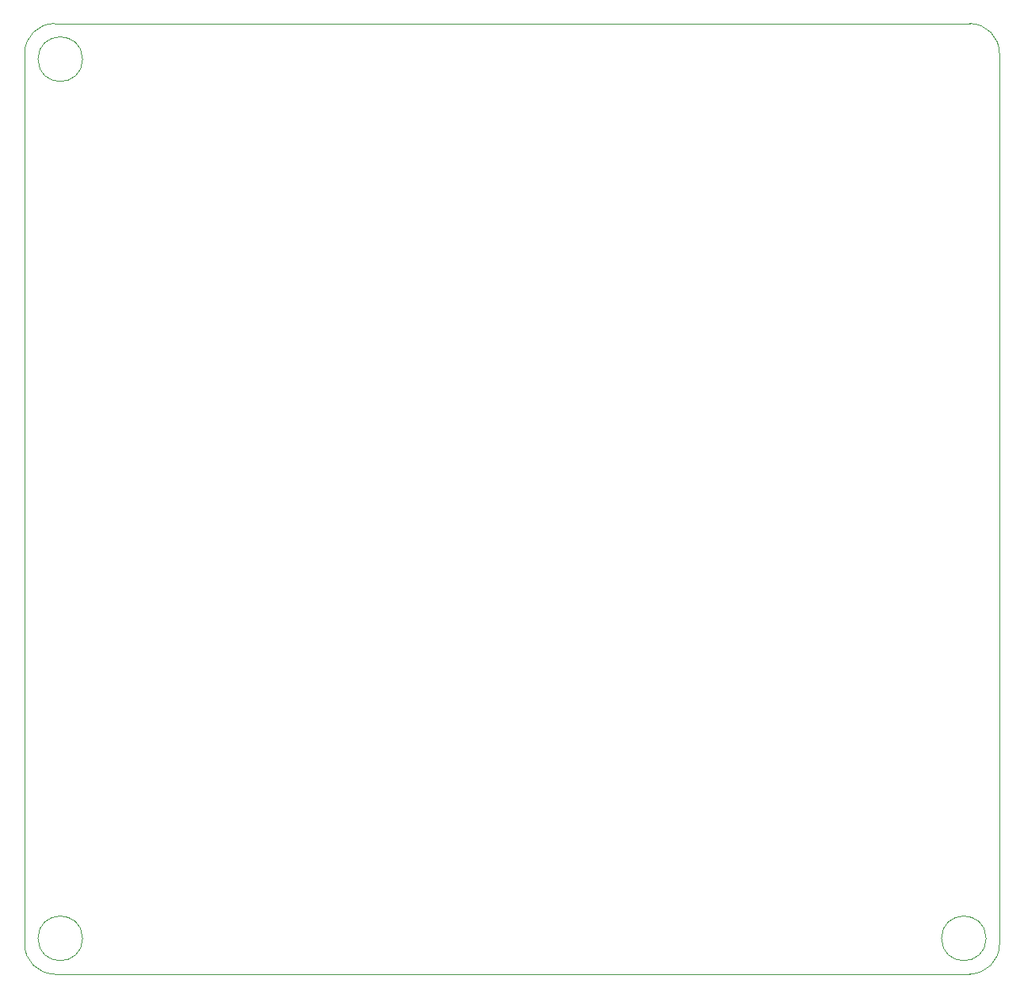
<source format=gbr>
G04 #@! TF.GenerationSoftware,KiCad,Pcbnew,(5.1.4)-1*
G04 #@! TF.CreationDate,2020-12-10T13:14:28-06:00*
G04 #@! TF.ProjectId,InstrumentationBoard2021,496e7374-7275-46d6-956e-746174696f6e,rev?*
G04 #@! TF.SameCoordinates,Original*
G04 #@! TF.FileFunction,Profile,NP*
%FSLAX46Y46*%
G04 Gerber Fmt 4.6, Leading zero omitted, Abs format (unit mm)*
G04 Created by KiCad (PCBNEW (5.1.4)-1) date 2020-12-10 13:14:28*
%MOMM*%
%LPD*%
G04 APERTURE LIST*
%ADD10C,0.050000*%
G04 APERTURE END LIST*
D10*
X87471250Y-151130000D02*
G75*
G03X87471250Y-151130000I-2381250J0D01*
G01*
X183991250Y-151130000D02*
G75*
G03X183991250Y-151130000I-2381250J0D01*
G01*
X87471250Y-57150000D02*
G75*
G03X87471250Y-57150000I-2381250J0D01*
G01*
X185420000Y-151765000D02*
G75*
G02X182245000Y-154940000I-3175000J0D01*
G01*
X84455000Y-154940000D02*
G75*
G02X81280000Y-151765000I0J3175000D01*
G01*
X182245000Y-53340000D02*
G75*
G02X185420000Y-56515000I0J-3175000D01*
G01*
X81280000Y-56515000D02*
G75*
G02X84455000Y-53340000I3175000J0D01*
G01*
X84455000Y-53340000D02*
X182245000Y-53340000D01*
X81280000Y-151765000D02*
X81280000Y-56515000D01*
X182245000Y-154940000D02*
X84455000Y-154940000D01*
X185420000Y-56515000D02*
X185420000Y-151765000D01*
M02*

</source>
